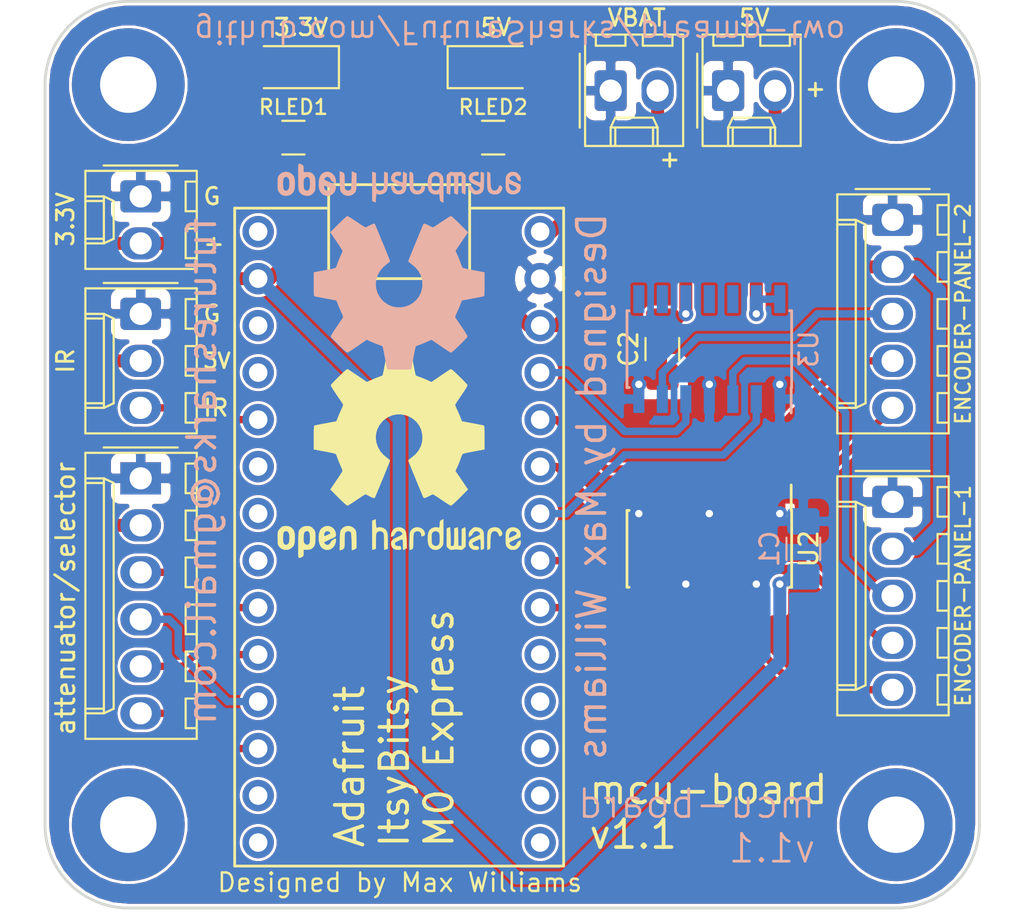
<source format=kicad_pcb>
(kicad_pcb (version 20171130) (host pcbnew "(5.1.0-0)")
  (layers (0 F.Cu signal) (31 B.Cu signal) (34 B.Paste user) (35 F.Paste user) (36 B.SilkS user) (37 F.SilkS user) (38 B.Mask user) (39 F.Mask user) (44 Edge.Cuts user))
  (net 0 "")
  (net 1 "Net-(U1-Pad1)")
  (net 2 "Net-(U1-Pad3)")
  (net 3 "Net-(U1-Pad4)")
  (net 4 "Net-(U1-Pad6)")
  (net 5 "Net-(U1-Pad7)")
  (net 6 "Net-(U1-Pad8)")
  (net 7 "Net-(U1-Pad13)")
  (net 8 "Net-(U1-Pad14)")
  (net 9 "Net-(U1-Pad15)")
  (net 10 "Net-(U1-Pad16)")
  (net 11 "Net-(U1-Pad17)")
  (net 12 "Net-(U1-Pad18)")
  (net 13 +3V3)
  (net 14 CS_input_selector)
  (net 15 CS_mdac_attenuator)
  (net 16 SCK)
  (net 17 MOSI)
  (net 18 +5V)
  (net 19 GND)
  (net 20 "Net-(U3-Pad12)")
  (net 21 "Net-(U3-Pad11)")
  (net 22 "Net-(U3-Pad9)")
  (net 23 "Net-(U3-Pad8)")
  (net 24 BAT)
  (net 25 "Net-(LED_3V1-Pad2)")
  (net 26 "Net-(LED_5V1-Pad2)")
  (net 27 "Net-(H1-Pad1)")
  (net 28 "Net-(H2-Pad1)")
  (net 29 "Net-(H3-Pad1)")
  (net 30 "Net-(H4-Pad1)")
  (net 31 IR_SENSOR)
  (net 32 panel_2_neopixel_3v)
  (net 33 panel_2_encoder_A_3v)
  (net 34 panel_2_encoder_B_3v)
  (net 35 panel_1_neopixel_3v)
  (net 36 panel_1_encoder_B_3v)
  (net 37 panel_1_encoder_A_3v)
  (net 38 panel_2_encoder_B_5v)
  (net 39 panel_2_encoder_A_5v)
  (net 40 panel_1_encoder_B_5v)
  (net 41 panel_1_encoder_A_5v)
  (net 42 panel_2_neopixel_5v)
  (net 43 panel_1_neopixel_5v)
  (net 44 "Net-(U1-Pad19)")
  (module Connector_Molex:Molex_KK-254_AE-6410-06A_1x06_P2.54mm_Vertical (layer F.Cu) (at 153.67 81.28 270)
    (fp_text reference J5 hide)
    (fp_text value MDAC-INPUT-SELECTOR)
    (pad 1 thru_hole rect (at 0 0 270) (size 1.74 2.2) (drill 1.2) (layers *.Cu *.Mask) (net 19 GND))
    (pad 2 thru_hole oval (at 2.54 0 270) (size 1.74 2.2) (drill 1.2) (layers *.Cu *.Mask) (net 13 +3V3))
    (pad 3 thru_hole oval (at 5.08 0 270) (size 1.74 2.2) (drill 1.2) (layers *.Cu *.Mask) (net 14 CS_input_selector))
    (pad 4 thru_hole oval (at 7.62 0 270) (size 1.74 2.2) (drill 1.2) (layers *.Cu *.Mask) (net 16 SCK))
    (pad 5 thru_hole oval (at 10.16 0 270) (size 1.74 2.2) (drill 1.2) (layers *.Cu *.Mask) (net 15 CS_mdac_attenuator))
    (pad 6 thru_hole oval (at 12.7 0 270) (size 1.74 2.2) (drill 1.2) (layers *.Cu *.Mask) (net 17 MOSI))
  )
  (module m0-express:m0-express (layer F.Cu) (at 167.64 85.725)
    (fp_text reference U1 (at 0 -12.7) (layer F.SilkS))
    (fp_text value m0-express)
    (pad 28 thru_hole circle (at 7.62 -17.78) (size 1.7 1.7) (drill 1) (layers *.Cu *.Mask) (net 24 BAT))
    (pad 27 thru_hole circle (at 7.62 -15.24) (size 1.7 1.7) (drill 1) (layers *.Cu *.Mask) (net 19 GND))
    (pad 26 thru_hole circle (at 7.62 -12.7) (size 1.7 1.7) (drill 1) (layers *.Cu *.Mask) (net 18 +5V))
    (pad 25 thru_hole circle (at 7.62 -10.16) (size 1.7 1.7) (drill 1) (layers *.Cu *.Mask) (net 32 panel_2_neopixel_3v))
    (pad 24 thru_hole circle (at 7.62 -7.62) (size 1.7 1.7) (drill 1) (layers *.Cu *.Mask) (net 34 panel_2_encoder_B_3v))
    (pad 23 thru_hole circle (at 7.62 -5.08) (size 1.7 1.7) (drill 1) (layers *.Cu *.Mask) (net 33 panel_2_encoder_A_3v))
    (pad 22 thru_hole circle (at 7.62 -2.54) (size 1.7 1.7) (drill 1) (layers *.Cu *.Mask) (net 35 panel_1_neopixel_3v))
    (pad 21 thru_hole circle (at 7.62 0) (size 1.7 1.7) (drill 1) (layers *.Cu *.Mask) (net 36 panel_1_encoder_B_3v))
    (pad 20 thru_hole circle (at 7.62 2.54) (size 1.7 1.7) (drill 1) (layers *.Cu *.Mask) (net 37 panel_1_encoder_A_3v))
    (pad 19 thru_hole circle (at 7.62 5.08) (size 1.7 1.7) (drill 1) (layers *.Cu *.Mask) (net 44 "Net-(U1-Pad19)"))
    (pad 18 thru_hole circle (at 7.62 7.62) (size 1.7 1.7) (drill 1) (layers *.Cu *.Mask) (net 12 "Net-(U1-Pad18)"))
    (pad 17 thru_hole circle (at 7.62 10.16) (size 1.7 1.7) (drill 1) (layers *.Cu *.Mask) (net 11 "Net-(U1-Pad17)"))
    (pad 16 thru_hole circle (at 7.62 12.7) (size 1.7 1.7) (drill 1) (layers *.Cu *.Mask) (net 10 "Net-(U1-Pad16)"))
    (pad 15 thru_hole circle (at 7.62 15.24) (size 1.7 1.7) (drill 1) (layers *.Cu *.Mask) (net 9 "Net-(U1-Pad15)"))
    (pad 14 thru_hole circle (at -7.62 15.24) (size 1.7 1.7) (drill 1) (layers *.Cu *.Mask) (net 8 "Net-(U1-Pad14)"))
    (pad 13 thru_hole circle (at -7.62 12.7) (size 1.7 1.7) (drill 1) (layers *.Cu *.Mask) (net 7 "Net-(U1-Pad13)"))
    (pad 12 thru_hole circle (at -7.62 10.16) (size 1.7 1.7) (drill 1) (layers *.Cu *.Mask) (net 17 MOSI))
    (pad 11 thru_hole circle (at -7.62 7.62) (size 1.7 1.7) (drill 1) (layers *.Cu *.Mask) (net 16 SCK))
    (pad 10 thru_hole circle (at -7.62 5.08) (size 1.7 1.7) (drill 1) (layers *.Cu *.Mask) (net 15 CS_mdac_attenuator))
    (pad 9 thru_hole circle (at -7.62 2.54) (size 1.7 1.7) (drill 1) (layers *.Cu *.Mask) (net 14 CS_input_selector))
    (pad 8 thru_hole circle (at -7.62 0) (size 1.7 1.7) (drill 1) (layers *.Cu *.Mask) (net 6 "Net-(U1-Pad8)"))
    (pad 7 thru_hole circle (at -7.62 -2.54) (size 1.7 1.7) (drill 1) (layers *.Cu *.Mask) (net 5 "Net-(U1-Pad7)"))
    (pad 6 thru_hole circle (at -7.62 -5.08) (size 1.7 1.7) (drill 1) (layers *.Cu *.Mask) (net 4 "Net-(U1-Pad6)"))
    (pad 5 thru_hole circle (at -7.62 -7.62) (size 1.7 1.7) (drill 1) (layers *.Cu *.Mask) (net 31 IR_SENSOR))
    (pad 4 thru_hole circle (at -7.62 -10.16) (size 1.7 1.7) (drill 1) (layers *.Cu *.Mask) (net 3 "Net-(U1-Pad4)"))
    (pad 3 thru_hole circle (at -7.62 -12.7) (size 1.7 1.7) (drill 1) (layers *.Cu *.Mask) (net 2 "Net-(U1-Pad3)"))
    (pad 2 thru_hole circle (at -7.62 -15.24) (size 1.7 1.7) (drill 1) (layers *.Cu *.Mask) (net 13 +3V3))
    (pad 1 thru_hole circle (at -7.62 -17.78) (size 1.7 1.7) (drill 1) (layers *.Cu *.Mask) (net 1 "Net-(U1-Pad1)"))
  )
  (module Symbol:OSHW-Logo2_14.6x12mm_SilkScreen (layer B.Cu) (at 167.64 69.85)
    (fp_text reference LOGO2 hide)
    (fp_text value Logo_Open_Hardware_Small hide)
  )
  (module Symbol:OSHW-Logo2_14.6x12mm_SilkScreen (layer F.Cu) (at 167.64 80.01)
    (fp_text reference LOGO1 hide)
    (fp_text value Logo_Open_Hardware_Small hide)
  )
  (module Connector_Molex:Molex_KK-254_AE-6410-05A_1x05_P2.54mm_Vertical (layer F.Cu) (at 194.31 67.31 270)
    (fp_text reference ENCODER-PANEL-2 (at 5.08 -3.81 270) (layer F.SilkS) (effects (font (size 0.8 0.8) (thickness 0.13))))
    (fp_text value ENCODER-PANEL-2)
    (pad 5 thru_hole oval (at 10.16 0 270) (size 1.74 2.2) (drill 1.2) (layers *.Cu *.Mask) (net 39 panel_2_encoder_A_5v))
    (pad 4 thru_hole oval (at 7.62 0 270) (size 1.74 2.2) (drill 1.2) (layers *.Cu *.Mask) (net 38 panel_2_encoder_B_5v))
    (pad 3 thru_hole oval (at 5.08 0 270) (size 1.74 2.2) (drill 1.2) (layers *.Cu *.Mask) (net 42 panel_2_neopixel_5v))
    (pad 2 thru_hole oval (at 2.54 0 270) (size 1.74 2.2) (drill 1.2) (layers *.Cu *.Mask) (net 18 +5V))
    (pad 1 thru_hole roundrect (at 0 0 270) (size 1.74 2.2) (drill 1.2) (layers *.Cu *.Mask) (roundrect_rratio 0.143678) (net 19 GND))
  )
  (module Connector_Molex:Molex_KK-254_AE-6410-05A_1x05_P2.54mm_Vertical (layer F.Cu) (at 194.31 82.55 270)
    (fp_text reference ENCODER-PANEL-1 (at 5.08 -3.81 270) (layer F.SilkS) (effects (font (size 0.8 0.8) (thickness 0.13))))
    (fp_text value ENCODER-PANEL-1)
    (pad 1 thru_hole roundrect (at 0 0 270) (size 1.74 2.2) (drill 1.2) (layers *.Cu *.Mask) (roundrect_rratio 0.143678) (net 19 GND))
    (pad 2 thru_hole oval (at 2.54 0 270) (size 1.74 2.2) (drill 1.2) (layers *.Cu *.Mask) (net 18 +5V))
    (pad 3 thru_hole oval (at 5.08 0 270) (size 1.74 2.2) (drill 1.2) (layers *.Cu *.Mask) (net 43 panel_1_neopixel_5v))
    (pad 4 thru_hole oval (at 7.62 0 270) (size 1.74 2.2) (drill 1.2) (layers *.Cu *.Mask) (net 40 panel_1_encoder_B_5v))
    (pad 5 thru_hole oval (at 10.16 0 270) (size 1.74 2.2) (drill 1.2) (layers *.Cu *.Mask) (net 41 panel_1_encoder_A_5v))
  )
  (module Capacitor_SMD:C_1206_3216Metric_Pad1.42x1.75mm_HandSolder (layer F.Cu) (at 181.864 74.295 90)
    (fp_text reference C2 (at 0 -1.82 90) (layer F.SilkS))
    (fp_text value C)
    (pad 2 smd roundrect (at 1.4875 0 90) (size 1.425 1.75) (layers F.Cu F.Paste F.Mask) (roundrect_rratio 0.175439) (net 18 +5V))
    (pad 1 smd roundrect (at -1.4875 0 90) (size 1.425 1.75) (layers F.Cu F.Paste F.Mask) (roundrect_rratio 0.175439) (net 19 GND))
  )
  (module Capacitor_SMD:C_1206_3216Metric_Pad1.42x1.75mm_HandSolder (layer B.Cu) (at 189.484 85.09 270)
    (fp_text reference C1 (at 0 1.82 270) (layer B.SilkS) (effects (justify mirror)))
    (fp_text value C)
    (pad 1 smd roundrect (at -1.4875 0 270) (size 1.425 1.75) (layers B.Cu B.Paste B.Mask) (roundrect_rratio 0.175439) (net 19 GND))
    (pad 2 smd roundrect (at 1.4875 0 270) (size 1.425 1.75) (layers B.Cu B.Paste B.Mask) (roundrect_rratio 0.175439) (net 13 +3V3))
  )
  (module Connector_Molex:Molex_KK-254_AE-6410-02A_1x02_P2.54mm_Vertical (layer F.Cu) (at 179.07 60.325)
    (fp_text reference VBAT1 hide)
    (fp_text value V-BAT)
    (pad 1 thru_hole roundrect (at 0 0) (size 1.74 2.2) (drill 1.2) (layers *.Cu *.Mask) (roundrect_rratio 0.143678) (net 19 GND))
    (pad 2 thru_hole oval (at 2.54 0) (size 1.74 2.2) (drill 1.2) (layers *.Cu *.Mask) (net 24 BAT))
  )
  (module Connector_Molex:Molex_KK-254_AE-6410-02A_1x02_P2.54mm_Vertical (layer F.Cu) (at 185.42 60.325)
    (fp_text reference 5V1 hide)
    (fp_text value 5V)
    (pad 2 thru_hole oval (at 2.54 0) (size 1.74 2.2) (drill 1.2) (layers *.Cu *.Mask) (net 18 +5V))
    (pad 1 thru_hole roundrect (at 0 0) (size 1.74 2.2) (drill 1.2) (layers *.Cu *.Mask) (roundrect_rratio 0.143678) (net 19 GND))
  )
  (module Connector_Molex:Molex_KK-254_AE-6410-02A_1x02_P2.54mm_Vertical (layer F.Cu) (at 153.67 66.04 270)
    (fp_text reference 3.3V1 hide)
    (fp_text value 3.3V)
    (pad 1 thru_hole roundrect (at 0 0 270) (size 1.74 2.2) (drill 1.2) (layers *.Cu *.Mask) (roundrect_rratio 0.143678) (net 19 GND))
    (pad 2 thru_hole oval (at 2.54 0 270) (size 1.74 2.2) (drill 1.2) (layers *.Cu *.Mask) (net 13 +3V3))
  )
  (module Connector_Molex:Molex_KK-254_AE-6410-03A_1x03_P2.54mm_Vertical (layer F.Cu) (at 153.67 72.39 270)
    (fp_text reference IR1 hide)
    (fp_text value Conn_01x03)
    (pad 1 thru_hole roundrect (at 0 0 270) (size 1.74 2.2) (drill 1.2) (layers *.Cu *.Mask) (roundrect_rratio 0.143678) (net 19 GND))
    (pad 2 thru_hole oval (at 2.54 0 270) (size 1.74 2.2) (drill 1.2) (layers *.Cu *.Mask) (net 13 +3V3))
    (pad 3 thru_hole oval (at 5.08 0 270) (size 1.74 2.2) (drill 1.2) (layers *.Cu *.Mask) (net 31 IR_SENSOR))
  )
  (module MountingHole:MountingHole_3.2mm_M3_Pad (layer F.Cu) (at 153 60)
    (fp_text reference H4 hide)
    (fp_text value MountingHole_Pad)
    (pad 1 thru_hole circle (at 0 0) (size 6.1 6.1) (drill 3.05) (layers *.Cu *.Mask) (net 30 "Net-(H4-Pad1)"))
  )
  (module MountingHole:MountingHole_3.2mm_M3_Pad (layer F.Cu) (at 194.5 60)
    (fp_text reference H3 hide)
    (fp_text value MountingHole_Pad)
    (pad 1 thru_hole circle (at 0 0) (size 6.1 6.1) (drill 3.05) (layers *.Cu *.Mask) (net 29 "Net-(H3-Pad1)"))
  )
  (module MountingHole:MountingHole_3.2mm_M3_Pad (layer F.Cu) (at 153 100)
    (fp_text reference H2 hide)
    (fp_text value MountingHole_Pad)
    (pad 1 thru_hole circle (at 0 0) (size 6.1 6.1) (drill 3.05) (layers *.Cu *.Mask) (net 28 "Net-(H2-Pad1)"))
  )
  (module MountingHole:MountingHole_3.2mm_M3_Pad (layer F.Cu) (at 194.5 100)
    (fp_text reference H1 hide)
    (fp_text value MountingHole_Pad)
    (pad 1 thru_hole circle (at 0 0) (size 6.1 6.1) (drill 3.05) (layers *.Cu *.Mask) (net 27 "Net-(H1-Pad1)"))
  )
  (module Package_SO:SOIC-14_3.9x8.7mm_P1.27mm (layer F.Cu) (at 184.404 85.09 270)
    (fp_text reference U2 (at 0 -5.375 270) (layer F.SilkS))
    (fp_text value SN74AHCT125DR)
    (pad 1 smd rect (at -2.7 -3.81 270) (size 1.5 0.6) (layers F.Cu F.Paste F.Mask) (net 19 GND))
    (pad 2 smd rect (at -2.7 -2.54 270) (size 1.5 0.6) (layers F.Cu F.Paste F.Mask) (net 39 panel_2_encoder_A_5v))
    (pad 3 smd rect (at -2.7 -1.27 270) (size 1.5 0.6) (layers F.Cu F.Paste F.Mask) (net 33 panel_2_encoder_A_3v))
    (pad 4 smd rect (at -2.7 0 270) (size 1.5 0.6) (layers F.Cu F.Paste F.Mask) (net 19 GND))
    (pad 5 smd rect (at -2.7 1.27 270) (size 1.5 0.6) (layers F.Cu F.Paste F.Mask) (net 38 panel_2_encoder_B_5v))
    (pad 6 smd rect (at -2.7 2.54 270) (size 1.5 0.6) (layers F.Cu F.Paste F.Mask) (net 34 panel_2_encoder_B_3v))
    (pad 7 smd rect (at -2.7 3.81 270) (size 1.5 0.6) (layers F.Cu F.Paste F.Mask) (net 19 GND))
    (pad 8 smd rect (at 2.7 3.81 270) (size 1.5 0.6) (layers F.Cu F.Paste F.Mask) (net 36 panel_1_encoder_B_3v))
    (pad 9 smd rect (at 2.7 2.54 270) (size 1.5 0.6) (layers F.Cu F.Paste F.Mask) (net 40 panel_1_encoder_B_5v))
    (pad 10 smd rect (at 2.7 1.27 270) (size 1.5 0.6) (layers F.Cu F.Paste F.Mask) (net 19 GND))
    (pad 11 smd rect (at 2.7 0 270) (size 1.5 0.6) (layers F.Cu F.Paste F.Mask) (net 37 panel_1_encoder_A_3v))
    (pad 12 smd rect (at 2.7 -1.27 270) (size 1.5 0.6) (layers F.Cu F.Paste F.Mask) (net 41 panel_1_encoder_A_5v))
    (pad 13 smd rect (at 2.7 -2.54 270) (size 1.5 0.6) (layers F.Cu F.Paste F.Mask) (net 19 GND))
    (pad 14 smd rect (at 2.7 -3.81 270) (size 1.5 0.6) (layers F.Cu F.Paste F.Mask) (net 13 +3V3))
  )
  (module Package_SO:SOIC-14_3.9x8.7mm_P1.27mm (layer B.Cu) (at 184.404 74.295 90)
    (fp_text reference U3 (at 0 5.375 90) (layer B.SilkS) (effects (justify mirror)))
    (fp_text value SN74AHCT125DR)
    (pad 14 smd rect (at 2.7 3.81 90) (size 1.5 0.6) (layers B.Cu B.Paste B.Mask) (net 18 +5V))
    (pad 13 smd rect (at 2.7 2.54 90) (size 1.5 0.6) (layers B.Cu B.Paste B.Mask) (net 18 +5V))
    (pad 12 smd rect (at 2.7 1.27 90) (size 1.5 0.6) (layers B.Cu B.Paste B.Mask) (net 20 "Net-(U3-Pad12)"))
    (pad 11 smd rect (at 2.7 0 90) (size 1.5 0.6) (layers B.Cu B.Paste B.Mask) (net 21 "Net-(U3-Pad11)"))
    (pad 10 smd rect (at 2.7 -1.27 90) (size 1.5 0.6) (layers B.Cu B.Paste B.Mask) (net 18 +5V))
    (pad 9 smd rect (at 2.7 -2.54 90) (size 1.5 0.6) (layers B.Cu B.Paste B.Mask) (net 22 "Net-(U3-Pad9)"))
    (pad 8 smd rect (at 2.7 -3.81 90) (size 1.5 0.6) (layers B.Cu B.Paste B.Mask) (net 23 "Net-(U3-Pad8)"))
    (pad 7 smd rect (at -2.7 -3.81 90) (size 1.5 0.6) (layers B.Cu B.Paste B.Mask) (net 19 GND))
    (pad 6 smd rect (at -2.7 -2.54 90) (size 1.5 0.6) (layers B.Cu B.Paste B.Mask) (net 42 panel_2_neopixel_5v))
    (pad 5 smd rect (at -2.7 -1.27 90) (size 1.5 0.6) (layers B.Cu B.Paste B.Mask) (net 32 panel_2_neopixel_3v))
    (pad 4 smd rect (at -2.7 0 90) (size 1.5 0.6) (layers B.Cu B.Paste B.Mask) (net 19 GND))
    (pad 3 smd rect (at -2.7 1.27 90) (size 1.5 0.6) (layers B.Cu B.Paste B.Mask) (net 43 panel_1_neopixel_5v))
    (pad 2 smd rect (at -2.7 2.54 90) (size 1.5 0.6) (layers B.Cu B.Paste B.Mask) (net 35 panel_1_neopixel_3v))
    (pad 1 smd rect (at -2.7 3.81 90) (size 1.5 0.6) (layers B.Cu B.Paste B.Mask) (net 19 GND))
  )
  (module LED_SMD:LED_1206_3216Metric_Pad1.42x1.75mm_HandSolder (layer F.Cu) (at 172.72 59.055)
    (fp_text reference LED_5V1 hide)
    (fp_text value LED)
    (pad 2 smd roundrect (at 1.4875 0) (size 1.425 1.75) (layers F.Cu F.Paste F.Mask) (roundrect_rratio 0.175439) (net 26 "Net-(LED_5V1-Pad2)"))
    (pad 1 smd roundrect (at -1.4875 0) (size 1.425 1.75) (layers F.Cu F.Paste F.Mask) (roundrect_rratio 0.175439) (net 19 GND))
  )
  (module LED_SMD:LED_1206_3216Metric_Pad1.42x1.75mm_HandSolder (layer F.Cu) (at 161.925 59.055 180)
    (fp_text reference LED_3V1 hide)
    (fp_text value LED)
    (pad 1 smd roundrect (at -1.4875 0 180) (size 1.425 1.75) (layers F.Cu F.Paste F.Mask) (roundrect_rratio 0.175439) (net 19 GND))
    (pad 2 smd roundrect (at 1.4875 0 180) (size 1.425 1.75) (layers F.Cu F.Paste F.Mask) (roundrect_rratio 0.175439) (net 25 "Net-(LED_3V1-Pad2)"))
  )
  (module Resistor_SMD:R_1206_3216Metric_Pad1.42x1.75mm_HandSolder (layer F.Cu) (at 172.72 62.865)
    (fp_text reference RLED2 (at 0 -1.651) (layer F.SilkS) (effects (font (size 0.8 0.8) (thickness 0.13))))
    (fp_text value R)
    (pad 2 smd roundrect (at 1.4875 0) (size 1.425 1.75) (layers F.Cu F.Paste F.Mask) (roundrect_rratio 0.175439) (net 26 "Net-(LED_5V1-Pad2)"))
    (pad 1 smd roundrect (at -1.4875 0) (size 1.425 1.75) (layers F.Cu F.Paste F.Mask) (roundrect_rratio 0.175439) (net 18 +5V))
  )
  (module Resistor_SMD:R_1206_3216Metric_Pad1.42x1.75mm_HandSolder (layer F.Cu) (at 161.925 62.865 180)
    (fp_text reference RLED1 (at 0 1.651 180) (layer F.SilkS) (effects (font (size 0.8 0.8) (thickness 0.13))))
    (fp_text value R)
    (pad 1 smd roundrect (at -1.4875 0 180) (size 1.425 1.75) (layers F.Cu F.Paste F.Mask) (roundrect_rratio 0.175439) (net 13 +3V3))
    (pad 2 smd roundrect (at 1.4875 0 180) (size 1.425 1.75) (layers F.Cu F.Paste F.Mask) (roundrect_rratio 0.175439) (net 25 "Net-(LED_3V1-Pad2)"))
  )
  (gr_text G (at 156.972 66.04) (layer F.SilkS) (effects (font (size 0.9 0.9)) (justify left)))
  (gr_text IR (at 156.972 77.47) (layer F.SilkS) (effects (font (size 0.9 0.9)) (justify left)))
  (gr_text G (at 156.972 72.39) (layer F.SilkS) (effects (font (size 0.9 0.9)) (justify left)))
  (gr_text 3V (at 156.972 74.93) (layer F.SilkS) (effects (font (size 0.8 0.8)) (justify left)))
  (gr_text + (at 181.61 64.008) (layer F.SilkS) (effects (font (size 0.9 0.9)) (justify left)))
  (gr_text + (at 156.972 68.58) (layer F.SilkS) (effects (font (size 0.9 0.9)) (justify left)))
  (gr_text + (at 189.484 60.198) (layer F.SilkS) (effects (font (size 0.9 0.9)) (justify left)))
  (gr_text 3.3V (at 160.782 56.896) (layer F.SilkS) (effects (font (size 0.9 0.9)) (justify left)))
  (gr_text IR (at 149.606 75.692 90) (layer F.SilkS) (effects (font (size 0.9 0.9)) (justify left)))
  (gr_text 3.3V (at 149.606 68.834 90) (layer F.SilkS) (effects (font (size 0.9 0.9)) (justify left)))
  (gr_text 5V (at 171.958 56.896) (layer F.SilkS) (effects (font (size 0.9 0.9)) (justify left)))
  (gr_text VBAT (at 178.816 56.388) (layer F.SilkS) (effects (font (size 0.9 0.9)) (justify left)))
  (gr_text 5V (at 185.928 56.388) (layer F.SilkS) (effects (font (size 0.9 0.9)) (justify left)))
  (gr_text "Designed by Max Williams" (at 157.734 103.124) (layer F.SilkS) (effects (font (size 1 1) (thickness 0.13)) (justify left)))
  (gr_text "mcu-board\nv1.1\n" (at 190.246 100.076) (layer B.SilkS) (effects (font (size 1.5 1.5)) (justify left mirror)))
  (gr_text "Designed by Max Williams" (at 178.054 66.802 90) (layer B.SilkS) (effects (font (size 1.5 1.5) (thickness 0.2)) (justify left mirror)))
  (gr_text github.com/FutureSharks/preamp-two (at 156.464 57.15 180) (layer B.SilkS) (effects (font (size 1.2 1.2)) (justify left mirror)))
  (gr_text "Adafruit\nItsyBitsy\nM0 Express" (at 167.386 101.346 90) (layer F.SilkS) (effects (font (size 1.5 1.5) (thickness 0.2)) (justify left)))
  (gr_text attenuator/selector (at 149.606 95.25 90) (layer F.SilkS) (effects (font (size 1 1)) (justify left)))
  (gr_text futuresharks@gmail.com (at 156.972 67.056 90) (layer B.SilkS) (effects (font (size 1.5 1.5) (thickness 0.2)) (justify left mirror)))
  (gr_text "mcu-board\nv1.1\n" (at 177.8 99.314) (layer F.SilkS) (effects (font (size 1.5 1.5) (thickness 0.2)) (justify left)))
  (gr_arc (start 194.5 100) (end 194.5 104.5) (angle -90) (layer Edge.Cuts) (width 0.15))
  (gr_arc (start 194.5 60) (end 199 60) (angle -90) (layer Edge.Cuts) (width 0.15))
  (gr_arc (start 153 60) (end 153 55.5) (angle -90) (layer Edge.Cuts) (width 0.15))
  (gr_arc (start 153 100) (end 148.5 100) (angle -90) (layer Edge.Cuts) (width 0.15))
  (gr_line (start 148.5 100) (end 148.5 60) (layer Edge.Cuts) (width 0.15))
  (gr_line (start 194.5 104.5) (end 153 104.5) (layer Edge.Cuts) (width 0.15))
  (gr_line (start 199 60) (end 199 100) (layer Edge.Cuts) (width 0.15))
  (gr_line (start 153 55.5) (end 194.5 55.5) (layer Edge.Cuts) (width 0.15))
  (via (at 188.214 86.995) (size 0.8) (drill 0.4) (layers F.Cu B.Cu) (net 13))
  (segment (start 189.484 86.5775) (end 188.6315 86.5775) (width 0.4) (layer B.Cu) (net 13))
  (segment (start 188.6315 86.5775) (end 188.214 86.995) (width 0.4) (layer B.Cu) (net 13))
  (segment (start 188.214 87.79) (end 188.214 86.995) (width 0.4) (layer F.Cu) (net 13))
  (segment (start 163.4125 67.7275) (end 163.4125 62.865) (width 0.7) (layer F.Cu) (net 13))
  (segment (start 160.655 70.485) (end 163.4125 67.7275) (width 0.7) (layer F.Cu) (net 13))
  (segment (start 160.02 70.485) (end 160.655 70.485) (width 0.7) (layer F.Cu) (net 13))
  (segment (start 152.146 83.82) (end 153.67 83.82) (width 0.7) (layer F.Cu) (net 13))
  (segment (start 150.876 82.55) (end 152.146 83.82) (width 0.7) (layer F.Cu) (net 13))
  (segment (start 150.876 69.85) (end 150.876 82.55) (width 0.7) (layer F.Cu) (net 13))
  (segment (start 152.146 68.58) (end 150.876 69.85) (width 0.7) (layer F.Cu) (net 13))
  (segment (start 153.67 68.58) (end 152.146 68.58) (width 0.7) (layer F.Cu) (net 13))
  (segment (start 153.67 74.93) (end 150.876 74.93) (width 0.7) (layer F.Cu) (net 13))
  (segment (start 160.02 70.485) (end 156.845 70.485) (width 0.7) (layer F.Cu) (net 13))
  (segment (start 156.845 70.485) (end 154.94 68.58) (width 0.7) (layer F.Cu) (net 13))
  (segment (start 154.94 68.58) (end 153.67 68.58) (width 0.7) (layer F.Cu) (net 13))
  (segment (start 167.64 78.105) (end 160.02 70.485) (width 0.7) (layer B.Cu) (net 13))
  (segment (start 167.64 96.52) (end 167.64 78.105) (width 0.7) (layer B.Cu) (net 13))
  (segment (start 188.214 86.995) (end 188.214 91.186) (width 0.7) (layer B.Cu) (net 13))
  (segment (start 176.53 102.87) (end 173.99 102.87) (width 0.7) (layer B.Cu) (net 13))
  (segment (start 173.99 102.87) (end 167.64 96.52) (width 0.7) (layer B.Cu) (net 13))
  (segment (start 188.214 91.186) (end 176.53 102.87) (width 0.7) (layer B.Cu) (net 13))
  (segment (start 160.02 88.265) (end 158.369 88.265) (width 0.4) (layer F.Cu) (net 14))
  (segment (start 156.464 86.36) (end 153.67 86.36) (width 0.4) (layer F.Cu) (net 14))
  (segment (start 158.369 88.265) (end 156.464 86.36) (width 0.4) (layer F.Cu) (net 14))
  (segment (start 160.02 90.805) (end 156.591 90.805) (width 0.4) (layer F.Cu) (net 15))
  (segment (start 155.956 91.44) (end 153.67 91.44) (width 0.4) (layer F.Cu) (net 15))
  (segment (start 156.591 90.805) (end 155.956 91.44) (width 0.4) (layer F.Cu) (net 15))
  (segment (start 155.194 88.9) (end 153.67 88.9) (width 0.4) (layer B.Cu) (net 16))
  (segment (start 155.702 89.408) (end 155.194 88.9) (width 0.4) (layer B.Cu) (net 16))
  (segment (start 155.702 90.678) (end 155.702 89.408) (width 0.4) (layer B.Cu) (net 16))
  (segment (start 158.369 93.345) (end 155.702 90.678) (width 0.4) (layer B.Cu) (net 16))
  (segment (start 160.02 93.345) (end 158.369 93.345) (width 0.4) (layer B.Cu) (net 16))
  (segment (start 160.02 95.885) (end 157.861 95.885) (width 0.4) (layer F.Cu) (net 17))
  (segment (start 155.956 93.98) (end 153.67 93.98) (width 0.4) (layer F.Cu) (net 17))
  (segment (start 157.861 95.885) (end 155.956 93.98) (width 0.4) (layer F.Cu) (net 17))
  (via (at 183.134 72.39) (size 0.8) (drill 0.4) (layers F.Cu B.Cu) (net 18))
  (segment (start 181.864 72.8075) (end 182.7165 72.8075) (width 0.4) (layer F.Cu) (net 18))
  (segment (start 182.7165 72.8075) (end 183.134 72.39) (width 0.4) (layer F.Cu) (net 18))
  (segment (start 183.134 72.39) (end 183.134 71.595) (width 0.4) (layer B.Cu) (net 18))
  (segment (start 195.58 69.85) (end 194.31 69.85) (width 0.7) (layer B.Cu) (net 18))
  (segment (start 196.85 83.82) (end 196.85 71.12) (width 0.7) (layer B.Cu) (net 18))
  (segment (start 196.85 71.12) (end 195.58 69.85) (width 0.7) (layer B.Cu) (net 18))
  (segment (start 195.58 85.09) (end 196.85 83.82) (width 0.7) (layer B.Cu) (net 18))
  (segment (start 194.31 85.09) (end 195.58 85.09) (width 0.7) (layer B.Cu) (net 18))
  (segment (start 174.625 73.025) (end 171.2325 69.6325) (width 0.7) (layer F.Cu) (net 18))
  (segment (start 171.2325 69.6325) (end 171.2325 62.865) (width 0.7) (layer F.Cu) (net 18))
  (segment (start 175.26 73.025) (end 174.625 73.025) (width 0.7) (layer F.Cu) (net 18))
  (segment (start 186.944 71.595) (end 188.214 71.595) (width 0.4) (layer B.Cu) (net 18))
  (segment (start 187.96 69.85) (end 194.31 69.85) (width 0.7) (layer F.Cu) (net 18))
  (segment (start 187.96 60.325) (end 187.96 69.85) (width 0.7) (layer F.Cu) (net 18))
  (segment (start 175.26 73.025) (end 176.149 73.025) (width 0.7) (layer F.Cu) (net 18))
  (segment (start 176.149 73.025) (end 179.324 69.85) (width 0.7) (layer F.Cu) (net 18))
  (segment (start 179.324 69.85) (end 187.96 69.85) (width 0.7) (layer F.Cu) (net 18))
  (segment (start 183.134 72.39) (end 183.134 69.85) (width 0.7) (layer F.Cu) (net 18))
  (segment (start 186.944 72.39) (end 186.944 69.85) (width 0.7) (layer F.Cu) (net 18))
  (via (at 186.944 72.39) (size 0.8) (drill 0.4) (layers F.Cu B.Cu) (net 18))
  (segment (start 186.944 72.39) (end 186.944 71.595) (width 0.7) (layer B.Cu) (net 18))
  (via (at 180.594 83.185) (size 0.8) (drill 0.4) (layers F.Cu B.Cu) (net 19))
  (via (at 186.944 86.995) (size 0.8) (drill 0.4) (layers F.Cu B.Cu) (net 19))
  (via (at 183.134 86.995) (size 0.8) (drill 0.4) (layers F.Cu B.Cu) (net 19))
  (via (at 188.214 83.185) (size 0.8) (drill 0.4) (layers F.Cu B.Cu) (net 19))
  (via (at 180.594 76.2) (size 0.8) (drill 0.4) (layers F.Cu B.Cu) (net 19))
  (via (at 184.404 76.2) (size 0.8) (drill 0.4) (layers F.Cu B.Cu) (net 19))
  (via (at 188.214 76.2) (size 0.8) (drill 0.4) (layers F.Cu B.Cu) (net 19))
  (via (at 184.404 83.185) (size 0.8) (drill 0.4) (layers F.Cu B.Cu) (net 19))
  (segment (start 175.26 67.945) (end 175.895 67.945) (width 0.7) (layer F.Cu) (net 24))
  (segment (start 181.61 62.23) (end 181.61 60.325) (width 0.7) (layer F.Cu) (net 24))
  (segment (start 175.895 67.945) (end 181.61 62.23) (width 0.7) (layer F.Cu) (net 24))
  (segment (start 160.4375 62.865) (end 160.4375 59.055) (width 0.4) (layer F.Cu) (net 25))
  (segment (start 174.2075 62.865) (end 174.2075 59.055) (width 0.4) (layer F.Cu) (net 26))
  (segment (start 160.02 78.105) (end 156.591 78.105) (width 0.4) (layer F.Cu) (net 31))
  (segment (start 155.956 77.47) (end 153.67 77.47) (width 0.4) (layer F.Cu) (net 31))
  (segment (start 156.591 78.105) (end 155.956 77.47) (width 0.4) (layer F.Cu) (net 31))
  (segment (start 175.26 75.565) (end 176.657 75.565) (width 0.4) (layer B.Cu) (net 32))
  (segment (start 176.657 75.565) (end 179.832 78.74) (width 0.4) (layer B.Cu) (net 32))
  (segment (start 179.832 78.74) (end 182.626 78.74) (width 0.4) (layer B.Cu) (net 32))
  (segment (start 182.626 78.74) (end 183.134 78.232) (width 0.4) (layer B.Cu) (net 32))
  (segment (start 183.134 78.232) (end 183.134 76.995) (width 0.4) (layer B.Cu) (net 32))
  (segment (start 184.912 84.582) (end 185.674 83.82) (width 0.4) (layer F.Cu) (net 33))
  (segment (start 185.674 83.82) (end 185.674 82.39) (width 0.4) (layer F.Cu) (net 33))
  (segment (start 180.086 84.582) (end 184.912 84.582) (width 0.4) (layer F.Cu) (net 33))
  (segment (start 176.149 80.645) (end 180.086 84.582) (width 0.4) (layer F.Cu) (net 33))
  (segment (start 175.26 80.645) (end 176.149 80.645) (width 0.4) (layer F.Cu) (net 33))
  (segment (start 181.864 81.28) (end 181.864 82.39) (width 0.4) (layer F.Cu) (net 34))
  (segment (start 178.816 80.772) (end 181.356 80.772) (width 0.4) (layer F.Cu) (net 34))
  (segment (start 181.356 80.772) (end 181.864 81.28) (width 0.4) (layer F.Cu) (net 34))
  (segment (start 176.149 78.105) (end 178.816 80.772) (width 0.4) (layer F.Cu) (net 34))
  (segment (start 175.26 78.105) (end 176.149 78.105) (width 0.4) (layer F.Cu) (net 34))
  (segment (start 175.26 83.185) (end 175.895 83.185) (width 0.4) (layer F.Cu) (net 35))
  (segment (start 175.26 83.185) (end 176.657 83.185) (width 0.4) (layer B.Cu) (net 35))
  (segment (start 176.657 83.185) (end 179.832 80.01) (width 0.4) (layer B.Cu) (net 35))
  (segment (start 186.944 76.995) (end 186.944 78.232) (width 0.4) (layer B.Cu) (net 35))
  (segment (start 186.944 78.232) (end 185.166 80.01) (width 0.4) (layer B.Cu) (net 35))
  (segment (start 185.166 80.01) (end 179.832 80.01) (width 0.4) (layer B.Cu) (net 35))
  (segment (start 179.959 85.725) (end 180.594 86.36) (width 0.4) (layer F.Cu) (net 36))
  (segment (start 180.594 86.36) (end 180.594 87.79) (width 0.4) (layer F.Cu) (net 36))
  (segment (start 175.26 85.725) (end 179.959 85.725) (width 0.4) (layer F.Cu) (net 36))
  (segment (start 179.959 85.725) (end 180.086 85.852) (width 0.4) (layer F.Cu) (net 36))
  (segment (start 184.404 87.79) (end 184.404 89.154) (width 0.4) (layer F.Cu) (net 37))
  (segment (start 184.404 89.154) (end 183.896 89.662) (width 0.4) (layer F.Cu) (net 37))
  (segment (start 183.896 89.662) (end 180.594 89.662) (width 0.4) (layer F.Cu) (net 37))
  (segment (start 175.26 88.265) (end 177.673 88.265) (width 0.4) (layer F.Cu) (net 37))
  (segment (start 177.673 88.265) (end 179.07 89.662) (width 0.4) (layer F.Cu) (net 37))
  (segment (start 179.07 89.662) (end 180.594 89.662) (width 0.4) (layer F.Cu) (net 37))
  (segment (start 194.31 74.93) (end 193.675 74.93) (width 0.4) (layer F.Cu) (net 38))
  (segment (start 185.928 80.772) (end 183.642 80.772) (width 0.4) (layer F.Cu) (net 38))
  (segment (start 183.134 81.28) (end 183.134 82.39) (width 0.4) (layer F.Cu) (net 38))
  (segment (start 183.642 80.772) (end 183.134 81.28) (width 0.4) (layer F.Cu) (net 38))
  (segment (start 186.69 80.01) (end 185.928 80.772) (width 0.4) (layer F.Cu) (net 38))
  (segment (start 194.31 74.93) (end 192.786 74.93) (width 0.4) (layer F.Cu) (net 38))
  (segment (start 192.786 74.93) (end 191.77 74.93) (width 0.4) (layer F.Cu) (net 38))
  (segment (start 191.77 74.93) (end 186.69 80.01) (width 0.4) (layer F.Cu) (net 38))
  (segment (start 186.944 82.39) (end 186.944 81.28) (width 0.4) (layer F.Cu) (net 39))
  (segment (start 186.944 81.28) (end 187.452 80.772) (width 0.4) (layer F.Cu) (net 39))
  (segment (start 187.452 80.772) (end 191.008 80.772) (width 0.4) (layer F.Cu) (net 39))
  (segment (start 191.008 80.772) (end 194.31 77.47) (width 0.4) (layer F.Cu) (net 39))
  (segment (start 181.864 86.36) (end 181.864 87.79) (width 0.4) (layer F.Cu) (net 40))
  (segment (start 182.626 85.598) (end 181.864 86.36) (width 0.4) (layer F.Cu) (net 40))
  (segment (start 193.802 90.17) (end 189.23 85.598) (width 0.4) (layer F.Cu) (net 40))
  (segment (start 189.23 85.598) (end 182.626 85.598) (width 0.4) (layer F.Cu) (net 40))
  (segment (start 194.31 90.17) (end 193.802 90.17) (width 0.4) (layer F.Cu) (net 40))
  (segment (start 194.31 92.71) (end 189.23 92.71) (width 0.4) (layer F.Cu) (net 41))
  (segment (start 189.23 92.71) (end 185.674 89.154) (width 0.4) (layer F.Cu) (net 41))
  (segment (start 185.674 87.79) (end 185.674 89.154) (width 0.4) (layer F.Cu) (net 41))
  (segment (start 188.849 73.66) (end 183.769 73.66) (width 0.4) (layer B.Cu) (net 42))
  (segment (start 181.864 75.565) (end 181.864 76.995) (width 0.4) (layer B.Cu) (net 42))
  (segment (start 183.769 73.66) (end 181.864 75.565) (width 0.4) (layer B.Cu) (net 42))
  (segment (start 194.31 72.39) (end 190.246 72.39) (width 0.4) (layer B.Cu) (net 42))
  (segment (start 190.246 72.39) (end 188.976 73.66) (width 0.4) (layer B.Cu) (net 42))
  (segment (start 188.976 73.66) (end 188.722 73.66) (width 0.4) (layer B.Cu) (net 42))
  (segment (start 186.309 74.93) (end 188.849 74.93) (width 0.4) (layer B.Cu) (net 43))
  (segment (start 185.674 75.565) (end 186.309 74.93) (width 0.4) (layer B.Cu) (net 43))
  (segment (start 185.674 76.995) (end 185.674 75.565) (width 0.4) (layer B.Cu) (net 43))
  (segment (start 194.31 87.63) (end 193.802 87.63) (width 0.4) (layer B.Cu) (net 43))
  (segment (start 193.802 87.63) (end 191.77 85.598) (width 0.4) (layer B.Cu) (net 43))
  (segment (start 191.77 85.598) (end 191.77 80.518) (width 0.4) (layer B.Cu) (net 43))
  (segment (start 191.77 80.518) (end 191.77 77.724) (width 0.4) (layer B.Cu) (net 43))
  (segment (start 191.77 77.724) (end 188.976 74.93) (width 0.4) (layer B.Cu) (net 43))
  (segment (start 188.976 74.93) (end 188.722 74.93) (width 0.4) (layer B.Cu) (net 43))
  (zone (net 19) (net_name GND) (layer F.Cu) (connect_pads (clearance 0.1524)) (min_thickness 0.254) (fill yes (arc_segments 16) (thermal_gap 0.508) (thermal_bridge_width 0.508))
    (polygon (pts (xy 148.5 55.5) (xy 199 55.5) (xy 199 104.5) (xy 148.5 104.5)))
  )
  (zone (net 19) (net_name GND) (layer B.Cu) (connect_pads (clearance 0.1524)) (min_thickness 0.254) (fill yes (arc_segments 16) (thermal_gap 0.508) (thermal_bridge_width 0.508))
    (polygon (pts (xy 199 104.5) (xy 148.5 104.5) (xy 148.5 55.5) (xy 199 55.5)))
  )
)
</source>
